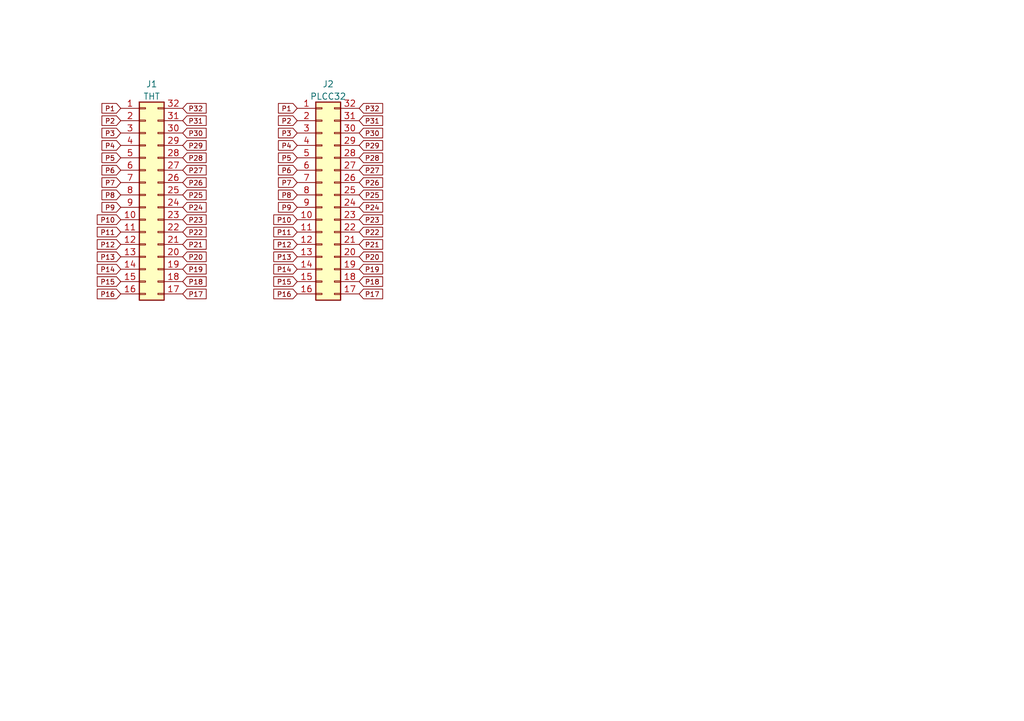
<source format=kicad_sch>
(kicad_sch (version 20211123) (generator eeschema)

  (uuid c69d98f7-6ee8-4275-ba8f-36ea8bdef36c)

  (paper "A5")

  (title_block
    (title "THT-32 to PLCC32 Adapter Board")
    (date "2023-07-20")
  )

  (lib_symbols
    (symbol "Connector_Generic:Conn_02x16_Counter_Clockwise" (pin_names (offset 1.016) hide) (in_bom yes) (on_board yes)
      (property "Reference" "J" (id 0) (at 1.27 20.32 0)
        (effects (font (size 1.27 1.27)))
      )
      (property "Value" "Conn_02x16_Counter_Clockwise" (id 1) (at 1.27 -22.86 0)
        (effects (font (size 1.27 1.27)))
      )
      (property "Footprint" "" (id 2) (at 0 0 0)
        (effects (font (size 1.27 1.27)) hide)
      )
      (property "Datasheet" "~" (id 3) (at 0 0 0)
        (effects (font (size 1.27 1.27)) hide)
      )
      (property "ki_keywords" "connector" (id 4) (at 0 0 0)
        (effects (font (size 1.27 1.27)) hide)
      )
      (property "ki_description" "Generic connector, double row, 02x16, counter clockwise pin numbering scheme (similar to DIP package numbering), script generated (kicad-library-utils/schlib/autogen/connector/)" (id 5) (at 0 0 0)
        (effects (font (size 1.27 1.27)) hide)
      )
      (property "ki_fp_filters" "Connector*:*_2x??_*" (id 6) (at 0 0 0)
        (effects (font (size 1.27 1.27)) hide)
      )
      (symbol "Conn_02x16_Counter_Clockwise_1_1"
        (rectangle (start -1.27 -20.193) (end 0 -20.447)
          (stroke (width 0.1524) (type default) (color 0 0 0 0))
          (fill (type none))
        )
        (rectangle (start -1.27 -17.653) (end 0 -17.907)
          (stroke (width 0.1524) (type default) (color 0 0 0 0))
          (fill (type none))
        )
        (rectangle (start -1.27 -15.113) (end 0 -15.367)
          (stroke (width 0.1524) (type default) (color 0 0 0 0))
          (fill (type none))
        )
        (rectangle (start -1.27 -12.573) (end 0 -12.827)
          (stroke (width 0.1524) (type default) (color 0 0 0 0))
          (fill (type none))
        )
        (rectangle (start -1.27 -10.033) (end 0 -10.287)
          (stroke (width 0.1524) (type default) (color 0 0 0 0))
          (fill (type none))
        )
        (rectangle (start -1.27 -7.493) (end 0 -7.747)
          (stroke (width 0.1524) (type default) (color 0 0 0 0))
          (fill (type none))
        )
        (rectangle (start -1.27 -4.953) (end 0 -5.207)
          (stroke (width 0.1524) (type default) (color 0 0 0 0))
          (fill (type none))
        )
        (rectangle (start -1.27 -2.413) (end 0 -2.667)
          (stroke (width 0.1524) (type default) (color 0 0 0 0))
          (fill (type none))
        )
        (rectangle (start -1.27 0.127) (end 0 -0.127)
          (stroke (width 0.1524) (type default) (color 0 0 0 0))
          (fill (type none))
        )
        (rectangle (start -1.27 2.667) (end 0 2.413)
          (stroke (width 0.1524) (type default) (color 0 0 0 0))
          (fill (type none))
        )
        (rectangle (start -1.27 5.207) (end 0 4.953)
          (stroke (width 0.1524) (type default) (color 0 0 0 0))
          (fill (type none))
        )
        (rectangle (start -1.27 7.747) (end 0 7.493)
          (stroke (width 0.1524) (type default) (color 0 0 0 0))
          (fill (type none))
        )
        (rectangle (start -1.27 10.287) (end 0 10.033)
          (stroke (width 0.1524) (type default) (color 0 0 0 0))
          (fill (type none))
        )
        (rectangle (start -1.27 12.827) (end 0 12.573)
          (stroke (width 0.1524) (type default) (color 0 0 0 0))
          (fill (type none))
        )
        (rectangle (start -1.27 15.367) (end 0 15.113)
          (stroke (width 0.1524) (type default) (color 0 0 0 0))
          (fill (type none))
        )
        (rectangle (start -1.27 17.907) (end 0 17.653)
          (stroke (width 0.1524) (type default) (color 0 0 0 0))
          (fill (type none))
        )
        (rectangle (start -1.27 19.05) (end 3.81 -21.59)
          (stroke (width 0.254) (type default) (color 0 0 0 0))
          (fill (type background))
        )
        (rectangle (start 3.81 -20.193) (end 2.54 -20.447)
          (stroke (width 0.1524) (type default) (color 0 0 0 0))
          (fill (type none))
        )
        (rectangle (start 3.81 -17.653) (end 2.54 -17.907)
          (stroke (width 0.1524) (type default) (color 0 0 0 0))
          (fill (type none))
        )
        (rectangle (start 3.81 -15.113) (end 2.54 -15.367)
          (stroke (width 0.1524) (type default) (color 0 0 0 0))
          (fill (type none))
        )
        (rectangle (start 3.81 -12.573) (end 2.54 -12.827)
          (stroke (width 0.1524) (type default) (color 0 0 0 0))
          (fill (type none))
        )
        (rectangle (start 3.81 -10.033) (end 2.54 -10.287)
          (stroke (width 0.1524) (type default) (color 0 0 0 0))
          (fill (type none))
        )
        (rectangle (start 3.81 -7.493) (end 2.54 -7.747)
          (stroke (width 0.1524) (type default) (color 0 0 0 0))
          (fill (type none))
        )
        (rectangle (start 3.81 -4.953) (end 2.54 -5.207)
          (stroke (width 0.1524) (type default) (color 0 0 0 0))
          (fill (type none))
        )
        (rectangle (start 3.81 -2.413) (end 2.54 -2.667)
          (stroke (width 0.1524) (type default) (color 0 0 0 0))
          (fill (type none))
        )
        (rectangle (start 3.81 0.127) (end 2.54 -0.127)
          (stroke (width 0.1524) (type default) (color 0 0 0 0))
          (fill (type none))
        )
        (rectangle (start 3.81 2.667) (end 2.54 2.413)
          (stroke (width 0.1524) (type default) (color 0 0 0 0))
          (fill (type none))
        )
        (rectangle (start 3.81 5.207) (end 2.54 4.953)
          (stroke (width 0.1524) (type default) (color 0 0 0 0))
          (fill (type none))
        )
        (rectangle (start 3.81 7.747) (end 2.54 7.493)
          (stroke (width 0.1524) (type default) (color 0 0 0 0))
          (fill (type none))
        )
        (rectangle (start 3.81 10.287) (end 2.54 10.033)
          (stroke (width 0.1524) (type default) (color 0 0 0 0))
          (fill (type none))
        )
        (rectangle (start 3.81 12.827) (end 2.54 12.573)
          (stroke (width 0.1524) (type default) (color 0 0 0 0))
          (fill (type none))
        )
        (rectangle (start 3.81 15.367) (end 2.54 15.113)
          (stroke (width 0.1524) (type default) (color 0 0 0 0))
          (fill (type none))
        )
        (rectangle (start 3.81 17.907) (end 2.54 17.653)
          (stroke (width 0.1524) (type default) (color 0 0 0 0))
          (fill (type none))
        )
        (pin passive line (at -5.08 17.78 0) (length 3.81)
          (name "Pin_1" (effects (font (size 1.27 1.27))))
          (number "1" (effects (font (size 1.27 1.27))))
        )
        (pin passive line (at -5.08 -5.08 0) (length 3.81)
          (name "Pin_10" (effects (font (size 1.27 1.27))))
          (number "10" (effects (font (size 1.27 1.27))))
        )
        (pin passive line (at -5.08 -7.62 0) (length 3.81)
          (name "Pin_11" (effects (font (size 1.27 1.27))))
          (number "11" (effects (font (size 1.27 1.27))))
        )
        (pin passive line (at -5.08 -10.16 0) (length 3.81)
          (name "Pin_12" (effects (font (size 1.27 1.27))))
          (number "12" (effects (font (size 1.27 1.27))))
        )
        (pin passive line (at -5.08 -12.7 0) (length 3.81)
          (name "Pin_13" (effects (font (size 1.27 1.27))))
          (number "13" (effects (font (size 1.27 1.27))))
        )
        (pin passive line (at -5.08 -15.24 0) (length 3.81)
          (name "Pin_14" (effects (font (size 1.27 1.27))))
          (number "14" (effects (font (size 1.27 1.27))))
        )
        (pin passive line (at -5.08 -17.78 0) (length 3.81)
          (name "Pin_15" (effects (font (size 1.27 1.27))))
          (number "15" (effects (font (size 1.27 1.27))))
        )
        (pin passive line (at -5.08 -20.32 0) (length 3.81)
          (name "Pin_16" (effects (font (size 1.27 1.27))))
          (number "16" (effects (font (size 1.27 1.27))))
        )
        (pin passive line (at 7.62 -20.32 180) (length 3.81)
          (name "Pin_17" (effects (font (size 1.27 1.27))))
          (number "17" (effects (font (size 1.27 1.27))))
        )
        (pin passive line (at 7.62 -17.78 180) (length 3.81)
          (name "Pin_18" (effects (font (size 1.27 1.27))))
          (number "18" (effects (font (size 1.27 1.27))))
        )
        (pin passive line (at 7.62 -15.24 180) (length 3.81)
          (name "Pin_19" (effects (font (size 1.27 1.27))))
          (number "19" (effects (font (size 1.27 1.27))))
        )
        (pin passive line (at -5.08 15.24 0) (length 3.81)
          (name "Pin_2" (effects (font (size 1.27 1.27))))
          (number "2" (effects (font (size 1.27 1.27))))
        )
        (pin passive line (at 7.62 -12.7 180) (length 3.81)
          (name "Pin_20" (effects (font (size 1.27 1.27))))
          (number "20" (effects (font (size 1.27 1.27))))
        )
        (pin passive line (at 7.62 -10.16 180) (length 3.81)
          (name "Pin_21" (effects (font (size 1.27 1.27))))
          (number "21" (effects (font (size 1.27 1.27))))
        )
        (pin passive line (at 7.62 -7.62 180) (length 3.81)
          (name "Pin_22" (effects (font (size 1.27 1.27))))
          (number "22" (effects (font (size 1.27 1.27))))
        )
        (pin passive line (at 7.62 -5.08 180) (length 3.81)
          (name "Pin_23" (effects (font (size 1.27 1.27))))
          (number "23" (effects (font (size 1.27 1.27))))
        )
        (pin passive line (at 7.62 -2.54 180) (length 3.81)
          (name "Pin_24" (effects (font (size 1.27 1.27))))
          (number "24" (effects (font (size 1.27 1.27))))
        )
        (pin passive line (at 7.62 0 180) (length 3.81)
          (name "Pin_25" (effects (font (size 1.27 1.27))))
          (number "25" (effects (font (size 1.27 1.27))))
        )
        (pin passive line (at 7.62 2.54 180) (length 3.81)
          (name "Pin_26" (effects (font (size 1.27 1.27))))
          (number "26" (effects (font (size 1.27 1.27))))
        )
        (pin passive line (at 7.62 5.08 180) (length 3.81)
          (name "Pin_27" (effects (font (size 1.27 1.27))))
          (number "27" (effects (font (size 1.27 1.27))))
        )
        (pin passive line (at 7.62 7.62 180) (length 3.81)
          (name "Pin_28" (effects (font (size 1.27 1.27))))
          (number "28" (effects (font (size 1.27 1.27))))
        )
        (pin passive line (at 7.62 10.16 180) (length 3.81)
          (name "Pin_29" (effects (font (size 1.27 1.27))))
          (number "29" (effects (font (size 1.27 1.27))))
        )
        (pin passive line (at -5.08 12.7 0) (length 3.81)
          (name "Pin_3" (effects (font (size 1.27 1.27))))
          (number "3" (effects (font (size 1.27 1.27))))
        )
        (pin passive line (at 7.62 12.7 180) (length 3.81)
          (name "Pin_30" (effects (font (size 1.27 1.27))))
          (number "30" (effects (font (size 1.27 1.27))))
        )
        (pin passive line (at 7.62 15.24 180) (length 3.81)
          (name "Pin_31" (effects (font (size 1.27 1.27))))
          (number "31" (effects (font (size 1.27 1.27))))
        )
        (pin passive line (at 7.62 17.78 180) (length 3.81)
          (name "Pin_32" (effects (font (size 1.27 1.27))))
          (number "32" (effects (font (size 1.27 1.27))))
        )
        (pin passive line (at -5.08 10.16 0) (length 3.81)
          (name "Pin_4" (effects (font (size 1.27 1.27))))
          (number "4" (effects (font (size 1.27 1.27))))
        )
        (pin passive line (at -5.08 7.62 0) (length 3.81)
          (name "Pin_5" (effects (font (size 1.27 1.27))))
          (number "5" (effects (font (size 1.27 1.27))))
        )
        (pin passive line (at -5.08 5.08 0) (length 3.81)
          (name "Pin_6" (effects (font (size 1.27 1.27))))
          (number "6" (effects (font (size 1.27 1.27))))
        )
        (pin passive line (at -5.08 2.54 0) (length 3.81)
          (name "Pin_7" (effects (font (size 1.27 1.27))))
          (number "7" (effects (font (size 1.27 1.27))))
        )
        (pin passive line (at -5.08 0 0) (length 3.81)
          (name "Pin_8" (effects (font (size 1.27 1.27))))
          (number "8" (effects (font (size 1.27 1.27))))
        )
        (pin passive line (at -5.08 -2.54 0) (length 3.81)
          (name "Pin_9" (effects (font (size 1.27 1.27))))
          (number "9" (effects (font (size 1.27 1.27))))
        )
      )
    )
  )



  (global_label "P8" (shape input) (at 60.96 40.005 180) (fields_autoplaced)
    (effects (font (size 1 1)) (justify right))
    (uuid 012b9768-5b8d-4170-ba85-ebdfb35badcb)
    (property "Intersheet References" "${INTERSHEET_REFS}" (id 0) (at 57.1076 39.9425 0)
      (effects (font (size 1 1)) (justify right) hide)
    )
  )
  (global_label "P19" (shape input) (at 73.66 55.245 0) (fields_autoplaced)
    (effects (font (size 1 1)) (justify left))
    (uuid 020cf70a-ec24-446f-a4f9-034ce56fbe51)
    (property "Intersheet References" "${INTERSHEET_REFS}" (id 0) (at 78.4648 55.1825 0)
      (effects (font (size 1 1)) (justify left) hide)
    )
  )
  (global_label "P31" (shape input) (at 73.66 24.765 0) (fields_autoplaced)
    (effects (font (size 1 1)) (justify left))
    (uuid 031becf0-e42e-40dc-9430-0b6ab1b5f76d)
    (property "Intersheet References" "${INTERSHEET_REFS}" (id 0) (at 78.4648 24.7025 0)
      (effects (font (size 1 1)) (justify left) hide)
    )
  )
  (global_label "P29" (shape input) (at 37.465 29.845 0) (fields_autoplaced)
    (effects (font (size 1 1)) (justify left))
    (uuid 043f4f66-c2cd-4d9c-9d18-b82d1e42b9cf)
    (property "Intersheet References" "${INTERSHEET_REFS}" (id 0) (at 42.2698 29.7825 0)
      (effects (font (size 1 1)) (justify left) hide)
    )
  )
  (global_label "P29" (shape input) (at 73.66 29.845 0) (fields_autoplaced)
    (effects (font (size 1 1)) (justify left))
    (uuid 04b88c33-cbb1-4630-80d1-60dcab7d498b)
    (property "Intersheet References" "${INTERSHEET_REFS}" (id 0) (at 78.4648 29.7825 0)
      (effects (font (size 1 1)) (justify left) hide)
    )
  )
  (global_label "P12" (shape input) (at 60.96 50.165 180) (fields_autoplaced)
    (effects (font (size 1 1)) (justify right))
    (uuid 087fc3e3-b7a8-4ada-86e9-f38635f30de2)
    (property "Intersheet References" "${INTERSHEET_REFS}" (id 0) (at 56.1552 50.1025 0)
      (effects (font (size 1 1)) (justify right) hide)
    )
  )
  (global_label "P26" (shape input) (at 73.66 37.465 0) (fields_autoplaced)
    (effects (font (size 1 1)) (justify left))
    (uuid 09c37fcc-239d-40e5-bcec-710690b7eae2)
    (property "Intersheet References" "${INTERSHEET_REFS}" (id 0) (at 78.4648 37.4025 0)
      (effects (font (size 1 1)) (justify left) hide)
    )
  )
  (global_label "P13" (shape input) (at 24.765 52.705 180) (fields_autoplaced)
    (effects (font (size 1 1)) (justify right))
    (uuid 0cbca858-a25e-46cb-8ac7-3910dd738317)
    (property "Intersheet References" "${INTERSHEET_REFS}" (id 0) (at 19.9602 52.6425 0)
      (effects (font (size 1 1)) (justify right) hide)
    )
  )
  (global_label "P21" (shape input) (at 73.66 50.165 0) (fields_autoplaced)
    (effects (font (size 1 1)) (justify left))
    (uuid 11499696-6438-471e-93ee-145fd9fe2ce1)
    (property "Intersheet References" "${INTERSHEET_REFS}" (id 0) (at 78.4648 50.1025 0)
      (effects (font (size 1 1)) (justify left) hide)
    )
  )
  (global_label "P20" (shape input) (at 37.465 52.705 0) (fields_autoplaced)
    (effects (font (size 1 1)) (justify left))
    (uuid 13c339ec-91ef-4bf2-8bd8-8ec02a0aa471)
    (property "Intersheet References" "${INTERSHEET_REFS}" (id 0) (at 42.2698 52.6425 0)
      (effects (font (size 1 1)) (justify left) hide)
    )
  )
  (global_label "P32" (shape input) (at 37.465 22.225 0) (fields_autoplaced)
    (effects (font (size 1 1)) (justify left))
    (uuid 18357f43-6e4a-4999-8c93-dc8929b51a7e)
    (property "Intersheet References" "${INTERSHEET_REFS}" (id 0) (at 42.2698 22.1625 0)
      (effects (font (size 1 1)) (justify left) hide)
    )
  )
  (global_label "P10" (shape input) (at 24.765 45.085 180) (fields_autoplaced)
    (effects (font (size 1 1)) (justify right))
    (uuid 2939d552-1bed-4b55-b994-5238949079d8)
    (property "Intersheet References" "${INTERSHEET_REFS}" (id 0) (at 19.9602 45.0225 0)
      (effects (font (size 1 1)) (justify right) hide)
    )
  )
  (global_label "P16" (shape input) (at 60.96 60.325 180) (fields_autoplaced)
    (effects (font (size 1 1)) (justify right))
    (uuid 2bdfc63c-445f-43e6-8480-dc5e0845bd78)
    (property "Intersheet References" "${INTERSHEET_REFS}" (id 0) (at 56.1552 60.2625 0)
      (effects (font (size 1 1)) (justify right) hide)
    )
  )
  (global_label "P18" (shape input) (at 73.66 57.785 0) (fields_autoplaced)
    (effects (font (size 1 1)) (justify left))
    (uuid 2f820e6c-4743-4686-84b4-067a6e9756dc)
    (property "Intersheet References" "${INTERSHEET_REFS}" (id 0) (at 78.4648 57.7225 0)
      (effects (font (size 1 1)) (justify left) hide)
    )
  )
  (global_label "P16" (shape input) (at 24.765 60.325 180) (fields_autoplaced)
    (effects (font (size 1 1)) (justify right))
    (uuid 353650aa-12d5-4e2b-ae5c-79beaab0a266)
    (property "Intersheet References" "${INTERSHEET_REFS}" (id 0) (at 19.9602 60.2625 0)
      (effects (font (size 1 1)) (justify right) hide)
    )
  )
  (global_label "P14" (shape input) (at 24.765 55.245 180) (fields_autoplaced)
    (effects (font (size 1 1)) (justify right))
    (uuid 36179a75-0802-47be-83af-12f12d520214)
    (property "Intersheet References" "${INTERSHEET_REFS}" (id 0) (at 19.9602 55.1825 0)
      (effects (font (size 1 1)) (justify right) hide)
    )
  )
  (global_label "P25" (shape input) (at 73.66 40.005 0) (fields_autoplaced)
    (effects (font (size 1 1)) (justify left))
    (uuid 376ad361-ef13-4610-8da1-67ac8f207474)
    (property "Intersheet References" "${INTERSHEET_REFS}" (id 0) (at 78.4648 39.9425 0)
      (effects (font (size 1 1)) (justify left) hide)
    )
  )
  (global_label "P27" (shape input) (at 73.66 34.925 0) (fields_autoplaced)
    (effects (font (size 1 1)) (justify left))
    (uuid 3de505e7-f2bb-4efa-9ea8-a04e23d34ed2)
    (property "Intersheet References" "${INTERSHEET_REFS}" (id 0) (at 78.4648 34.8625 0)
      (effects (font (size 1 1)) (justify left) hide)
    )
  )
  (global_label "P10" (shape input) (at 60.96 45.085 180) (fields_autoplaced)
    (effects (font (size 1 1)) (justify right))
    (uuid 41410c9d-e230-4fac-a117-95e9b53e8dc9)
    (property "Intersheet References" "${INTERSHEET_REFS}" (id 0) (at 56.1552 45.0225 0)
      (effects (font (size 1 1)) (justify right) hide)
    )
  )
  (global_label "P11" (shape input) (at 60.96 47.625 180) (fields_autoplaced)
    (effects (font (size 1 1)) (justify right))
    (uuid 49cf1908-dd7a-4aca-8faa-e8de8620a092)
    (property "Intersheet References" "${INTERSHEET_REFS}" (id 0) (at 56.1552 47.5625 0)
      (effects (font (size 1 1)) (justify right) hide)
    )
  )
  (global_label "P28" (shape input) (at 73.66 32.385 0) (fields_autoplaced)
    (effects (font (size 1 1)) (justify left))
    (uuid 4a242627-bce1-4067-ba04-28bec0cb0302)
    (property "Intersheet References" "${INTERSHEET_REFS}" (id 0) (at 78.4648 32.3225 0)
      (effects (font (size 1 1)) (justify left) hide)
    )
  )
  (global_label "P24" (shape input) (at 73.66 42.545 0) (fields_autoplaced)
    (effects (font (size 1 1)) (justify left))
    (uuid 4a3ad76a-13a9-456b-98dc-2a57ea5cf256)
    (property "Intersheet References" "${INTERSHEET_REFS}" (id 0) (at 78.4648 42.4825 0)
      (effects (font (size 1 1)) (justify left) hide)
    )
  )
  (global_label "P12" (shape input) (at 24.765 50.165 180) (fields_autoplaced)
    (effects (font (size 1 1)) (justify right))
    (uuid 51488772-f2e7-46e2-8626-c7764b60c1f1)
    (property "Intersheet References" "${INTERSHEET_REFS}" (id 0) (at 19.9602 50.1025 0)
      (effects (font (size 1 1)) (justify right) hide)
    )
  )
  (global_label "P2" (shape input) (at 60.96 24.765 180) (fields_autoplaced)
    (effects (font (size 1 1)) (justify right))
    (uuid 5187021e-7742-4d0d-a246-22103b0834b8)
    (property "Intersheet References" "${INTERSHEET_REFS}" (id 0) (at 57.1076 24.7025 0)
      (effects (font (size 1 1)) (justify right) hide)
    )
  )
  (global_label "P13" (shape input) (at 60.96 52.705 180) (fields_autoplaced)
    (effects (font (size 1 1)) (justify right))
    (uuid 5e9ac5c7-a69c-4920-85f1-fbae020a94d2)
    (property "Intersheet References" "${INTERSHEET_REFS}" (id 0) (at 56.1552 52.6425 0)
      (effects (font (size 1 1)) (justify right) hide)
    )
  )
  (global_label "P5" (shape input) (at 24.765 32.385 180) (fields_autoplaced)
    (effects (font (size 1 1)) (justify right))
    (uuid 5f8a2376-34aa-462c-8495-2e3ea431c62a)
    (property "Intersheet References" "${INTERSHEET_REFS}" (id 0) (at 20.9126 32.3225 0)
      (effects (font (size 1 1)) (justify right) hide)
    )
  )
  (global_label "P24" (shape input) (at 37.465 42.545 0) (fields_autoplaced)
    (effects (font (size 1 1)) (justify left))
    (uuid 61f0c235-3b82-4a84-afc6-50a5a1a9e4fe)
    (property "Intersheet References" "${INTERSHEET_REFS}" (id 0) (at 42.2698 42.4825 0)
      (effects (font (size 1 1)) (justify left) hide)
    )
  )
  (global_label "P14" (shape input) (at 60.96 55.245 180) (fields_autoplaced)
    (effects (font (size 1 1)) (justify right))
    (uuid 68e06d69-a2dc-4de9-85d2-4450ef0fcef9)
    (property "Intersheet References" "${INTERSHEET_REFS}" (id 0) (at 56.1552 55.1825 0)
      (effects (font (size 1 1)) (justify right) hide)
    )
  )
  (global_label "P17" (shape input) (at 37.465 60.325 0) (fields_autoplaced)
    (effects (font (size 1 1)) (justify left))
    (uuid 6b0f40b3-18e3-4830-a228-f06db2a1ead6)
    (property "Intersheet References" "${INTERSHEET_REFS}" (id 0) (at 42.2698 60.2625 0)
      (effects (font (size 1 1)) (justify left) hide)
    )
  )
  (global_label "P23" (shape input) (at 73.66 45.085 0) (fields_autoplaced)
    (effects (font (size 1 1)) (justify left))
    (uuid 6cd42561-3c74-4ba9-9f25-6fc1a2b254d3)
    (property "Intersheet References" "${INTERSHEET_REFS}" (id 0) (at 78.4648 45.0225 0)
      (effects (font (size 1 1)) (justify left) hide)
    )
  )
  (global_label "P31" (shape input) (at 37.465 24.765 0) (fields_autoplaced)
    (effects (font (size 1 1)) (justify left))
    (uuid 6e93d5f4-51a9-4dc0-b29a-8806bc5e3e3b)
    (property "Intersheet References" "${INTERSHEET_REFS}" (id 0) (at 42.2698 24.7025 0)
      (effects (font (size 1 1)) (justify left) hide)
    )
  )
  (global_label "P2" (shape input) (at 24.765 24.765 180) (fields_autoplaced)
    (effects (font (size 1 1)) (justify right))
    (uuid 6ef70c9f-18c5-4414-b9ea-dcdc85281c3d)
    (property "Intersheet References" "${INTERSHEET_REFS}" (id 0) (at 20.9126 24.7025 0)
      (effects (font (size 1 1)) (justify right) hide)
    )
  )
  (global_label "P28" (shape input) (at 37.465 32.385 0) (fields_autoplaced)
    (effects (font (size 1 1)) (justify left))
    (uuid 770dc4b3-1d5e-4906-b649-c8271f70252b)
    (property "Intersheet References" "${INTERSHEET_REFS}" (id 0) (at 42.2698 32.3225 0)
      (effects (font (size 1 1)) (justify left) hide)
    )
  )
  (global_label "P19" (shape input) (at 37.465 55.245 0) (fields_autoplaced)
    (effects (font (size 1 1)) (justify left))
    (uuid 78f3be34-d5ec-47a0-aed6-85f3e5dacdd4)
    (property "Intersheet References" "${INTERSHEET_REFS}" (id 0) (at 42.2698 55.1825 0)
      (effects (font (size 1 1)) (justify left) hide)
    )
  )
  (global_label "P22" (shape input) (at 73.66 47.625 0) (fields_autoplaced)
    (effects (font (size 1 1)) (justify left))
    (uuid 7b8d8918-73a0-423e-9d8b-ceb2965da5b2)
    (property "Intersheet References" "${INTERSHEET_REFS}" (id 0) (at 78.4648 47.5625 0)
      (effects (font (size 1 1)) (justify left) hide)
    )
  )
  (global_label "P27" (shape input) (at 37.465 34.925 0) (fields_autoplaced)
    (effects (font (size 1 1)) (justify left))
    (uuid 8415adb9-7b21-443c-a7bb-198bb0fd7a5f)
    (property "Intersheet References" "${INTERSHEET_REFS}" (id 0) (at 42.2698 34.8625 0)
      (effects (font (size 1 1)) (justify left) hide)
    )
  )
  (global_label "P18" (shape input) (at 37.465 57.785 0) (fields_autoplaced)
    (effects (font (size 1 1)) (justify left))
    (uuid 890ba69b-8c1b-44bb-a37a-c6d09ea77c8e)
    (property "Intersheet References" "${INTERSHEET_REFS}" (id 0) (at 42.2698 57.7225 0)
      (effects (font (size 1 1)) (justify left) hide)
    )
  )
  (global_label "P6" (shape input) (at 60.96 34.925 180) (fields_autoplaced)
    (effects (font (size 1 1)) (justify right))
    (uuid 8a7d6418-ae0a-4289-8969-e5cde72e60b3)
    (property "Intersheet References" "${INTERSHEET_REFS}" (id 0) (at 57.1076 34.8625 0)
      (effects (font (size 1 1)) (justify right) hide)
    )
  )
  (global_label "P6" (shape input) (at 24.765 34.925 180) (fields_autoplaced)
    (effects (font (size 1 1)) (justify right))
    (uuid 9038e4ce-d810-4c12-97ea-eff6ed29d15d)
    (property "Intersheet References" "${INTERSHEET_REFS}" (id 0) (at 20.9126 34.8625 0)
      (effects (font (size 1 1)) (justify right) hide)
    )
  )
  (global_label "P9" (shape input) (at 60.96 42.545 180) (fields_autoplaced)
    (effects (font (size 1 1)) (justify right))
    (uuid 93f9224f-f123-4b68-8525-00c9d676c12d)
    (property "Intersheet References" "${INTERSHEET_REFS}" (id 0) (at 57.1076 42.4825 0)
      (effects (font (size 1 1)) (justify right) hide)
    )
  )
  (global_label "P11" (shape input) (at 24.765 47.625 180) (fields_autoplaced)
    (effects (font (size 1 1)) (justify right))
    (uuid 993b7dae-6792-4cf1-96e6-ad92a9d99999)
    (property "Intersheet References" "${INTERSHEET_REFS}" (id 0) (at 19.9602 47.5625 0)
      (effects (font (size 1 1)) (justify right) hide)
    )
  )
  (global_label "P3" (shape input) (at 60.96 27.305 180) (fields_autoplaced)
    (effects (font (size 1 1)) (justify right))
    (uuid a0e28e29-56d1-498d-9313-38caa53a6b8a)
    (property "Intersheet References" "${INTERSHEET_REFS}" (id 0) (at 57.1076 27.2425 0)
      (effects (font (size 1 1)) (justify right) hide)
    )
  )
  (global_label "P30" (shape input) (at 37.465 27.305 0) (fields_autoplaced)
    (effects (font (size 1 1)) (justify left))
    (uuid a1412f78-ca7b-4f4a-93d2-994260f34057)
    (property "Intersheet References" "${INTERSHEET_REFS}" (id 0) (at 42.2698 27.2425 0)
      (effects (font (size 1 1)) (justify left) hide)
    )
  )
  (global_label "P30" (shape input) (at 73.66 27.305 0) (fields_autoplaced)
    (effects (font (size 1 1)) (justify left))
    (uuid a419e82c-6449-41b0-9473-1f66dc6d10e9)
    (property "Intersheet References" "${INTERSHEET_REFS}" (id 0) (at 78.4648 27.2425 0)
      (effects (font (size 1 1)) (justify left) hide)
    )
  )
  (global_label "P4" (shape input) (at 24.765 29.845 180) (fields_autoplaced)
    (effects (font (size 1 1)) (justify right))
    (uuid a6b18df5-0e1a-4c16-bb1f-2275abf6734f)
    (property "Intersheet References" "${INTERSHEET_REFS}" (id 0) (at 20.9126 29.7825 0)
      (effects (font (size 1 1)) (justify right) hide)
    )
  )
  (global_label "P1" (shape input) (at 24.765 22.225 180) (fields_autoplaced)
    (effects (font (size 1 1)) (justify right))
    (uuid b13c2838-d8a8-460d-b131-2a4393bd811a)
    (property "Intersheet References" "${INTERSHEET_REFS}" (id 0) (at 20.9126 22.1625 0)
      (effects (font (size 1 1)) (justify right) hide)
    )
  )
  (global_label "P4" (shape input) (at 60.96 29.845 180) (fields_autoplaced)
    (effects (font (size 1 1)) (justify right))
    (uuid ba449bd4-6a60-4ca8-9041-1528a9fbebc6)
    (property "Intersheet References" "${INTERSHEET_REFS}" (id 0) (at 57.1076 29.7825 0)
      (effects (font (size 1 1)) (justify right) hide)
    )
  )
  (global_label "P1" (shape input) (at 60.96 22.225 180) (fields_autoplaced)
    (effects (font (size 1 1)) (justify right))
    (uuid bef4a025-8ee9-4615-8256-4c7ceccd8eaa)
    (property "Intersheet References" "${INTERSHEET_REFS}" (id 0) (at 57.1076 22.1625 0)
      (effects (font (size 1 1)) (justify right) hide)
    )
  )
  (global_label "P9" (shape input) (at 24.765 42.545 180) (fields_autoplaced)
    (effects (font (size 1 1)) (justify right))
    (uuid c07a67ef-2224-4ea5-aa61-9217774b043d)
    (property "Intersheet References" "${INTERSHEET_REFS}" (id 0) (at 20.9126 42.4825 0)
      (effects (font (size 1 1)) (justify right) hide)
    )
  )
  (global_label "P3" (shape input) (at 24.765 27.305 180) (fields_autoplaced)
    (effects (font (size 1 1)) (justify right))
    (uuid c9edfc70-9623-490e-abb4-636722206e9b)
    (property "Intersheet References" "${INTERSHEET_REFS}" (id 0) (at 20.9126 27.2425 0)
      (effects (font (size 1 1)) (justify right) hide)
    )
  )
  (global_label "P32" (shape input) (at 73.66 22.225 0) (fields_autoplaced)
    (effects (font (size 1 1)) (justify left))
    (uuid ca391928-fd5f-4715-ada1-fea186478e74)
    (property "Intersheet References" "${INTERSHEET_REFS}" (id 0) (at 78.4648 22.1625 0)
      (effects (font (size 1 1)) (justify left) hide)
    )
  )
  (global_label "P7" (shape input) (at 60.96 37.465 180) (fields_autoplaced)
    (effects (font (size 1 1)) (justify right))
    (uuid d41b4288-8a68-4d25-a5b0-cbd7ff35c758)
    (property "Intersheet References" "${INTERSHEET_REFS}" (id 0) (at 57.1076 37.4025 0)
      (effects (font (size 1 1)) (justify right) hide)
    )
  )
  (global_label "P26" (shape input) (at 37.465 37.465 0) (fields_autoplaced)
    (effects (font (size 1 1)) (justify left))
    (uuid d83a642a-bf16-43f4-9ddc-cc4bf28df82d)
    (property "Intersheet References" "${INTERSHEET_REFS}" (id 0) (at 42.2698 37.4025 0)
      (effects (font (size 1 1)) (justify left) hide)
    )
  )
  (global_label "P23" (shape input) (at 37.465 45.085 0) (fields_autoplaced)
    (effects (font (size 1 1)) (justify left))
    (uuid dfeb21ff-d4f5-41ec-94a7-2123cfd171df)
    (property "Intersheet References" "${INTERSHEET_REFS}" (id 0) (at 42.2698 45.0225 0)
      (effects (font (size 1 1)) (justify left) hide)
    )
  )
  (global_label "P17" (shape input) (at 73.66 60.325 0) (fields_autoplaced)
    (effects (font (size 1 1)) (justify left))
    (uuid e22a7e14-2484-4504-95eb-cd958302d25d)
    (property "Intersheet References" "${INTERSHEET_REFS}" (id 0) (at 78.4648 60.2625 0)
      (effects (font (size 1 1)) (justify left) hide)
    )
  )
  (global_label "P15" (shape input) (at 24.765 57.785 180) (fields_autoplaced)
    (effects (font (size 1 1)) (justify right))
    (uuid e434bdb8-934b-411d-a760-c1216b0f0be5)
    (property "Intersheet References" "${INTERSHEET_REFS}" (id 0) (at 19.9602 57.7225 0)
      (effects (font (size 1 1)) (justify right) hide)
    )
  )
  (global_label "P5" (shape input) (at 60.96 32.385 180) (fields_autoplaced)
    (effects (font (size 1 1)) (justify right))
    (uuid e64febea-3bf8-4330-bc84-8db780e16718)
    (property "Intersheet References" "${INTERSHEET_REFS}" (id 0) (at 57.1076 32.3225 0)
      (effects (font (size 1 1)) (justify right) hide)
    )
  )
  (global_label "P25" (shape input) (at 37.465 40.005 0) (fields_autoplaced)
    (effects (font (size 1 1)) (justify left))
    (uuid ec391cc5-d207-484c-b523-0752b602c00f)
    (property "Intersheet References" "${INTERSHEET_REFS}" (id 0) (at 42.2698 39.9425 0)
      (effects (font (size 1 1)) (justify left) hide)
    )
  )
  (global_label "P7" (shape input) (at 24.765 37.465 180) (fields_autoplaced)
    (effects (font (size 1 1)) (justify right))
    (uuid ed24ae66-3aec-495f-b872-94440286d786)
    (property "Intersheet References" "${INTERSHEET_REFS}" (id 0) (at 20.9126 37.4025 0)
      (effects (font (size 1 1)) (justify right) hide)
    )
  )
  (global_label "P20" (shape input) (at 73.66 52.705 0) (fields_autoplaced)
    (effects (font (size 1 1)) (justify left))
    (uuid f46292ca-28bc-409a-8eff-08a44f4fb06d)
    (property "Intersheet References" "${INTERSHEET_REFS}" (id 0) (at 78.4648 52.6425 0)
      (effects (font (size 1 1)) (justify left) hide)
    )
  )
  (global_label "P22" (shape input) (at 37.465 47.625 0) (fields_autoplaced)
    (effects (font (size 1 1)) (justify left))
    (uuid f5148850-bac4-4811-8fa1-a8389ceeb80e)
    (property "Intersheet References" "${INTERSHEET_REFS}" (id 0) (at 42.2698 47.5625 0)
      (effects (font (size 1 1)) (justify left) hide)
    )
  )
  (global_label "P21" (shape input) (at 37.465 50.165 0) (fields_autoplaced)
    (effects (font (size 1 1)) (justify left))
    (uuid f5e9b8fa-ed57-4b3a-8307-8a1fbb149c57)
    (property "Intersheet References" "${INTERSHEET_REFS}" (id 0) (at 42.2698 50.1025 0)
      (effects (font (size 1 1)) (justify left) hide)
    )
  )
  (global_label "P8" (shape input) (at 24.765 40.005 180) (fields_autoplaced)
    (effects (font (size 1 1)) (justify right))
    (uuid f940798c-ca5b-420d-83ca-0e64ace54bd2)
    (property "Intersheet References" "${INTERSHEET_REFS}" (id 0) (at 20.9126 39.9425 0)
      (effects (font (size 1 1)) (justify right) hide)
    )
  )
  (global_label "P15" (shape input) (at 60.96 57.785 180) (fields_autoplaced)
    (effects (font (size 1 1)) (justify right))
    (uuid fdcc4a7d-91ae-4a75-a2be-eb2e6530fc59)
    (property "Intersheet References" "${INTERSHEET_REFS}" (id 0) (at 56.1552 57.7225 0)
      (effects (font (size 1 1)) (justify right) hide)
    )
  )

  (symbol (lib_id "Connector_Generic:Conn_02x16_Counter_Clockwise") (at 66.04 40.005 0) (unit 1)
    (in_bom yes) (on_board yes) (fields_autoplaced)
    (uuid dc7bf776-ec93-45ab-a963-20d719182ab5)
    (property "Reference" "J2" (id 0) (at 67.31 17.2552 0))
    (property "Value" "PLCC32" (id 1) (at 67.31 19.7921 0))
    (property "Footprint" "Package_LCC:PLCC-32_THT-Socket" (id 2) (at 66.04 40.005 0)
      (effects (font (size 1.27 1.27)) hide)
    )
    (property "Datasheet" "~" (id 3) (at 66.04 40.005 0)
      (effects (font (size 1.27 1.27)) hide)
    )
    (pin "1" (uuid 90e06fd1-0031-4ae0-8c78-5b9e1b5db082))
    (pin "10" (uuid 71fc7115-0381-4a07-9a54-adbb637beb0c))
    (pin "11" (uuid e0a69e92-5ac6-4f42-a07e-0cbc4bfbb316))
    (pin "12" (uuid d3e72c26-a836-4c60-8d18-3931ebb3341a))
    (pin "13" (uuid abb97ae4-2ff2-40ad-874f-9f8ced589615))
    (pin "14" (uuid 131dc8f9-84ca-4bdd-96ba-f040abe13563))
    (pin "15" (uuid dc9c9949-84ab-45c4-a097-1780e64f66d1))
    (pin "16" (uuid 9dda7e19-9488-4256-bca8-07077fc1dce5))
    (pin "17" (uuid da485e9e-3a5b-4502-b15c-e34c0aa1de94))
    (pin "18" (uuid a59a30e8-4a5b-4471-80c1-246e42e48d33))
    (pin "19" (uuid fac5a791-709c-46bc-9e5b-f62064c47df3))
    (pin "2" (uuid 36a5104f-933c-462d-822d-057bb1d61f50))
    (pin "20" (uuid cd751b21-74e6-4645-a97c-7ac096bded26))
    (pin "21" (uuid 9f36e862-9bed-410d-a8f5-fc77c912f98a))
    (pin "22" (uuid 6754628b-ebb7-4604-a327-4e16eb78f8ec))
    (pin "23" (uuid f6957626-89ad-4508-9c1a-74e474ece2f5))
    (pin "24" (uuid b0acb93c-1e22-4e39-bb78-22d04acce080))
    (pin "25" (uuid 7c21b93d-5a93-4d08-b2bc-a22b73ecb0a7))
    (pin "26" (uuid 5241044f-55b2-4499-8aac-bbadc921b41c))
    (pin "27" (uuid e960b1ef-2d5c-4371-bd44-5f7c338ab644))
    (pin "28" (uuid 78c9efa5-9ba3-4794-8550-128c3bd038e1))
    (pin "29" (uuid ac96438a-f8f7-43cf-849e-14297457f80d))
    (pin "3" (uuid e1ad5339-48c6-4f67-bd5b-ca62f9c84f90))
    (pin "30" (uuid 9df579bd-67a6-4069-8076-f00b775cd207))
    (pin "31" (uuid 97c4bceb-08d2-4f61-b785-a1f3a1434210))
    (pin "32" (uuid ac8c7dc5-914e-4fe8-a715-43601c538419))
    (pin "4" (uuid 970fdb74-6d25-4ebf-8f87-7c99d52b230c))
    (pin "5" (uuid 57869588-1ff4-4606-affd-572bfde764c0))
    (pin "6" (uuid 39a140bd-d6ca-427b-95b8-9d37675eda16))
    (pin "7" (uuid 8ff67d7e-7050-4a75-834b-1602c456b499))
    (pin "8" (uuid 2054301f-3057-476f-a55b-997b101078d3))
    (pin "9" (uuid d5c44bd0-7b03-41fc-a9f5-655f3106491f))
  )

  (symbol (lib_id "Connector_Generic:Conn_02x16_Counter_Clockwise") (at 29.845 40.005 0) (unit 1)
    (in_bom yes) (on_board yes) (fields_autoplaced)
    (uuid eb6045d3-0585-49e3-a534-11f20f99c98d)
    (property "Reference" "J1" (id 0) (at 31.115 17.2552 0))
    (property "Value" "THT" (id 1) (at 31.115 19.7921 0))
    (property "Footprint" "Package_DIP:DIP-32_W15.24mm_Socket_LongPads" (id 2) (at 29.845 40.005 0)
      (effects (font (size 1.27 1.27)) hide)
    )
    (property "Datasheet" "~" (id 3) (at 29.845 40.005 0)
      (effects (font (size 1.27 1.27)) hide)
    )
    (pin "1" (uuid 1ac208bc-03b5-44d1-980c-a95b64ea8315))
    (pin "10" (uuid 96d4a670-b356-438d-8834-977a761765a4))
    (pin "11" (uuid 1124b965-0038-4407-87c2-a37758be159e))
    (pin "12" (uuid 6dc1e65c-3b3a-45c7-9015-a419ecee0959))
    (pin "13" (uuid 3d7c6852-e6bd-4866-b244-85eb647b0f9b))
    (pin "14" (uuid 22ed7f24-6a46-4e1d-907c-ab448247bb5a))
    (pin "15" (uuid 1d905ff5-9e9e-4371-9d82-0dd978691994))
    (pin "16" (uuid 2c9f416a-97db-4fb2-af35-baa0f967bb78))
    (pin "17" (uuid 771df17e-f8a7-4e3f-9086-ba5b4e0ea4b0))
    (pin "18" (uuid d64f940e-0265-497f-abf6-213d2b010541))
    (pin "19" (uuid 7dc77d09-bf9c-4cd5-97fb-208caeadd156))
    (pin "2" (uuid b1496afe-a2d7-47a9-8fbd-0d1946584ac7))
    (pin "20" (uuid 81b0dc78-ebb3-4460-a6f9-d6e0d8d78f28))
    (pin "21" (uuid 0c6a2b82-5f66-4214-b5aa-9c9483e1c3f8))
    (pin "22" (uuid 3e6f3606-fd2e-4621-a25d-ffc1823c2692))
    (pin "23" (uuid e55b4551-4a77-4cc5-83bc-f601cf7313e7))
    (pin "24" (uuid 5539cc4d-9c11-43d5-80e8-804840319a4d))
    (pin "25" (uuid 9a7f3060-4b1e-4b82-8afb-99a598c3d14a))
    (pin "26" (uuid e10068a7-b27b-43b6-a5ad-a081946c48c2))
    (pin "27" (uuid 9accd800-52d8-4fab-8332-7eccdae4f9e5))
    (pin "28" (uuid 7daabe33-6b0a-442a-804a-caa93e0b163a))
    (pin "29" (uuid 6354fd73-7617-425b-8427-4aeac1b5b7d6))
    (pin "3" (uuid 3f602317-be75-4214-a4bc-3ce408c514e0))
    (pin "30" (uuid 9f358813-369f-40c0-ad24-d15cb7fc9815))
    (pin "31" (uuid 156e101f-7975-4dc0-b84b-3555b7b7eeb8))
    (pin "32" (uuid 4b681222-0aba-4cba-8168-6fb461dcdbd5))
    (pin "4" (uuid 7efebdac-6cc9-4e34-99d2-f0fa8445d99e))
    (pin "5" (uuid 57eb0226-e1ad-4de3-9624-37fc4efaa239))
    (pin "6" (uuid 8b63b09f-26d7-43b8-b5b4-862fd808acac))
    (pin "7" (uuid b47b2968-40f6-494b-b33b-53ef8fb30b6b))
    (pin "8" (uuid f62e2e4b-c464-45d2-a85d-99b6b3c6bbe1))
    (pin "9" (uuid 4b5d7346-c625-47aa-8e25-ab7409ba4868))
  )

  (sheet_instances
    (path "/" (page "1"))
  )

  (symbol_instances
    (path "/eb6045d3-0585-49e3-a534-11f20f99c98d"
      (reference "J1") (unit 1) (value "THT") (footprint "Package_DIP:DIP-32_W15.24mm_Socket_LongPads")
    )
    (path "/dc7bf776-ec93-45ab-a963-20d719182ab5"
      (reference "J2") (unit 1) (value "PLCC32") (footprint "Package_LCC:PLCC-32_THT-Socket")
    )
  )
)

</source>
